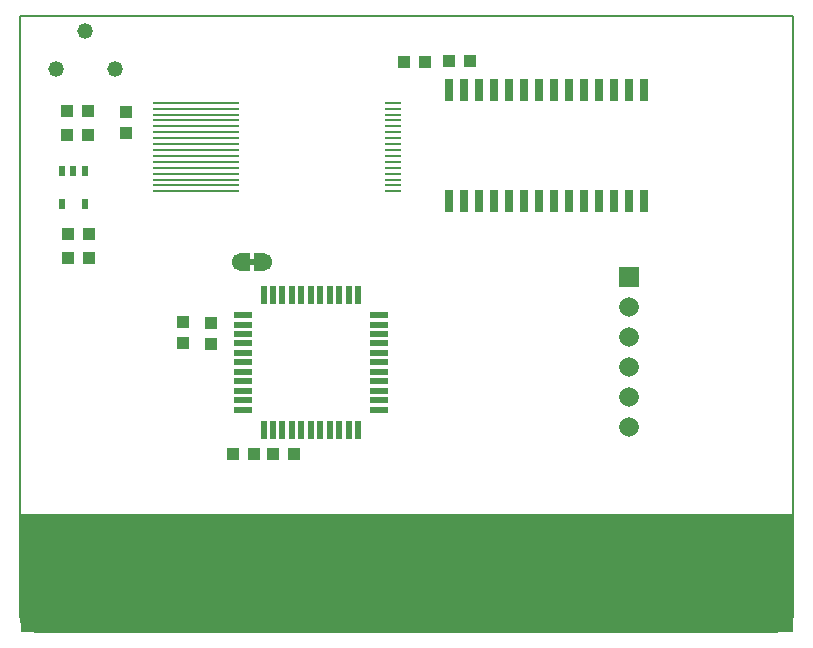
<source format=gbr>
G04 #@! TF.Part,Single*
G04 #@! TF.FileFunction,Soldermask,Top *
G04 #@! TF.FilePolarity,Negative *
%FSLAX35Y35*%
%MOIN*%
G04 #@! TA.AperFunction,SMDPad,CuDef*
%AMT125*0 Bullet Pad at angle 90*21,1,0.06079,0.03039,0,0,90*%
%ADD125T125*%
%ADD92R,0.05197X0.01063*%
%ADD91R,0.28819X0.01063*%
%ADD95R,0.02441X0.03622*%
%ADD83R,0.02441X0.05886*%
%ADD93R,0.02638X0.07646*%
%ADD126R,0.04079X0.02279*%
%ADD82R,0.05886X0.02441*%
%ADD86R,0.04016X0.04370*%
%ADD88R,0.04019X0.04409*%
%ADD90R,0.06772X0.29606*%
%ADD89R,0.06772X0.35512*%
G04 #@! TA.AperFunction,ComponentPad*
%ADD84R,0.06575X0.06575*%
G04 #@! TD.AperFunction*
%ADD10C,0.00500*%
G04 #@! TA.AperFunction,ComponentPad*
%ADD122C,0.05197*%
G04 #@! TA.AperFunction,SMDPad,CuDef*
%ADD124C,0.06079*%
G04 #@! TA.AperFunction,ComponentPad*
%ADD85C,0.06575*%
G04 #@! TA.AperFunction,SMDPad,CuDef*
%ADD94R,0.04370X0.04016*%
%ADD87R,0.04409X0.04019*%
%AMT123*0 Bullet Pad at angle 270*21,1,0.06079,0.03039,0,0,270*%
%ADD123T123*%
G04 #@! TA.AperFunction,WasherPad*
%ADD132R,2.57639X0.39371*%
X0Y0D02*
D02*
D10*
X142450Y9569D02*
X389310D01*
G75*
G03X394807Y15066J5497*
G01*
Y214707*
X137170*
Y14849*
G75*
G03X142450Y9569I5280*
G01*
D02*
D82*
X211465Y83645D03*
Y86795D03*
Y89944D03*
Y93094D03*
Y96244D03*
Y99393D03*
Y102543D03*
Y105693D03*
Y108842D03*
Y111992D03*
Y115141D03*
X256646Y83645D03*
Y86795D03*
Y89944D03*
Y93094D03*
Y96244D03*
Y99393D03*
Y102543D03*
Y105693D03*
Y108842D03*
Y111992D03*
Y115141D03*
D02*
D83*
X218307Y76803D03*
Y121984D03*
X221457Y76803D03*
Y121984D03*
X224606Y76803D03*
Y121984D03*
X227756Y76803D03*
Y121984D03*
X230906Y76803D03*
Y121984D03*
X234055Y76803D03*
Y121984D03*
X237205Y76803D03*
Y121984D03*
X240354Y76803D03*
Y121984D03*
X243504Y76803D03*
Y121984D03*
X246654Y76803D03*
Y121984D03*
X249803Y76803D03*
Y121984D03*
D02*
D84*
X340263Y127724D03*
D02*
D85*
Y77724D03*
Y87724D03*
Y97724D03*
Y107724D03*
Y117724D03*
D02*
D86*
X191622Y105753D03*
Y112753D03*
D02*
D87*
X172527Y175892D03*
Y182892D03*
X200857Y105503D03*
Y112503D03*
D02*
D88*
X152928Y175274D03*
Y183136D03*
X153052Y142201D03*
X153177Y134089D03*
X159928Y175274D03*
Y183136D03*
X160052Y142201D03*
X160177Y134089D03*
X265126Y199610D03*
X272126D03*
D02*
D91*
X195650Y156391D03*
Y158360D03*
Y160328D03*
Y162297D03*
Y164265D03*
Y166234D03*
Y168202D03*
Y170171D03*
Y172139D03*
Y174108D03*
Y176076D03*
Y178045D03*
Y180013D03*
Y181982D03*
Y183950D03*
Y185919D03*
D02*
D92*
X261398Y156391D03*
Y158360D03*
Y160328D03*
Y162297D03*
Y164265D03*
Y166234D03*
Y168202D03*
Y170171D03*
Y172139D03*
Y174108D03*
Y176076D03*
Y178045D03*
Y180013D03*
Y181982D03*
Y183950D03*
Y185919D03*
D02*
D93*
X279985Y153182D03*
Y190300D03*
X284985Y153182D03*
Y190300D03*
X289985Y153182D03*
Y190300D03*
X294985Y153182D03*
Y190300D03*
X299985Y153182D03*
Y190300D03*
X304985Y153182D03*
Y190300D03*
X309985Y153182D03*
Y190300D03*
X314985Y153182D03*
Y190300D03*
X319985Y153182D03*
Y190300D03*
X324985Y153182D03*
Y190300D03*
X329985Y153182D03*
Y190300D03*
X334985Y153182D03*
Y190300D03*
X339985Y153182D03*
Y190300D03*
X344985Y153182D03*
Y190300D03*
D02*
D94*
X208091Y68692D03*
X215091D03*
X221569D03*
X228569D03*
X279977Y199735D03*
X286977D03*
D02*
D95*
X151190Y152040D03*
Y163063D03*
X154930D03*
X158670Y152040D03*
Y163063D03*
D02*
D122*
X148973Y197114D03*
X158816Y209713D03*
X168658Y197114D03*
D02*
D123*
X216685Y132841D03*
D02*
D124*
X218205D03*
D02*
D125*
X212225D03*
D02*
D124*
X210705D03*
D02*
D126*
X214455D03*
D02*
D132*
X266005Y29254D03*
X0Y0D02*
M02*

</source>
